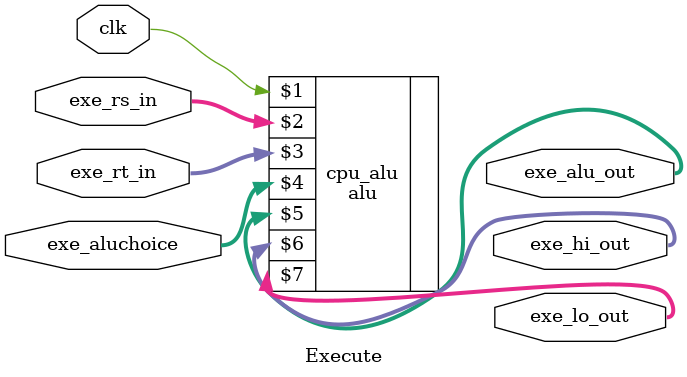
<source format=v>
`timescale 1ns / 1ps
module Execute(
    input clk,
    input [31:0]exe_rs_in,
    input [31:0]exe_rt_in,
    input [4:0]exe_aluchoice,
    output [31:0]exe_alu_out,
    output [31:0]exe_hi_out,
    output [31:0]exe_lo_out
    );
    alu cpu_alu(clk, exe_rs_in, exe_rt_in, exe_aluchoice, exe_alu_out, exe_hi_out, exe_lo_out);

endmodule

</source>
